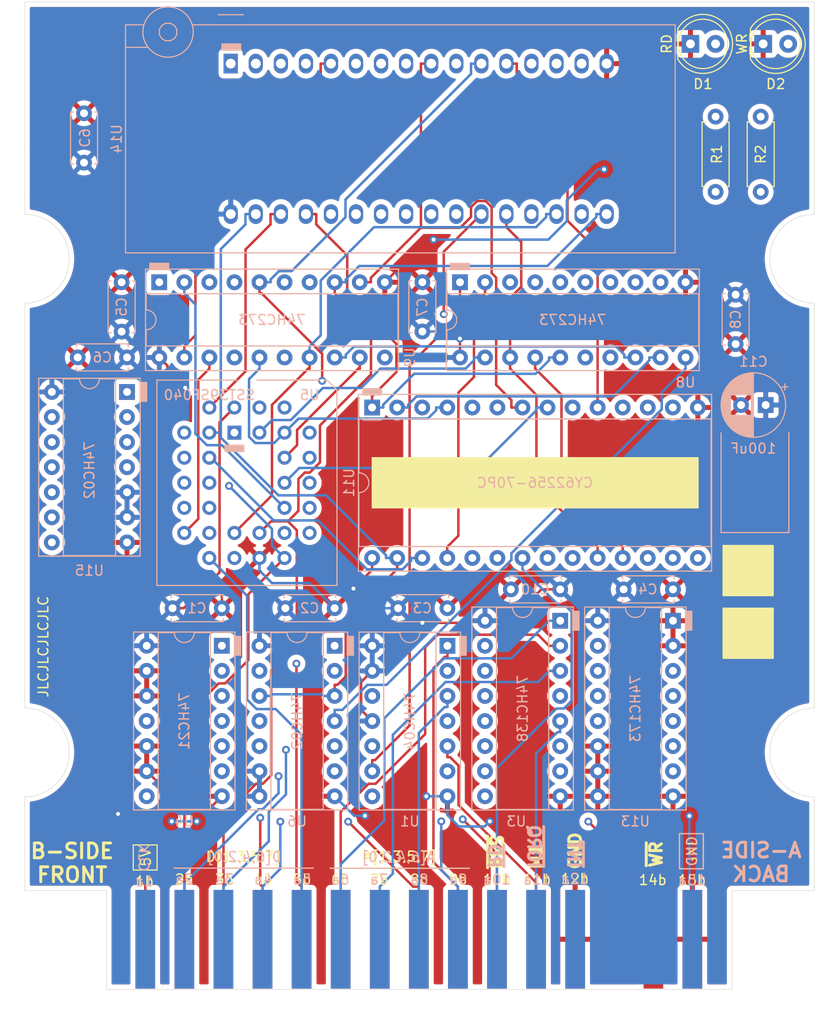
<source format=kicad_pcb>
(kicad_pcb (version 20211014) (generator pcbnew)
  (layers (0 "F.Cu" signal) (1 "In1.Cu" signal) (2 "In2.Cu" signal) (31 "B.Cu" signal) (34 "B.Paste" user) (35 "F.Paste" user) (36 "B.SilkS" user "B.Silkscreen") (37 "F.SilkS" user "F.Silkscreen") (38 "B.Mask" user) (39 "F.Mask" user) (44 "Edge.Cuts" user))
  (net 0 "")
  (net 1 "GND")
  (net 2 "VCC")
  (net 3 "D0")
  (net 4 "D2")
  (net 5 "D4")
  (net 6 "D6")
  (net 7 "A0")
  (net 8 "A2")
  (net 9 "A4")
  (net 10 "A6")
  (net 11 "~{RD}")
  (net 12 "~{IORQ}")
  (net 13 "~{RES}")
  (net 14 "A7")
  (net 15 "A5")
  (net 16 "A1")
  (net 17 "D7")
  (net 18 "D5")
  (net 19 "D3")
  (net 20 "D1")
  (net 21 "Net-(U1-Pad6)")
  (net 22 "~{WR}")
  (net 25 "CA2")
  (net 26 "CA4")
  (net 27 "CA1")
  (net 28 "CA3")
  (net 29 "CA0")
  (net 30 "CA10")
  (net 31 "CA12")
  (net 32 "CA9")
  (net 33 "CA11")
  (net 34 "CA8")
  (net 35 "CA14")
  (net 36 "CA13")
  (net 37 "CA5")
  (net 38 "CA7")
  (net 39 "CA6")
  (net 40 "CA15")
  (net 41 "Net-(U1-Pad4)")
  (net 42 "Net-(U1-Pad2)")
  (net 43 "M1")
  (net 45 "Net-(U1-Pad8)")
  (net 46 "Net-(D1-Pad2)")
  (net 48 "Net-(D2-Pad2)")
  (net 49 "Net-(R1-Pad1)")
  (net 50 "Net-(R2-Pad1)")
  (net 52 "SO5")
  (net 53 "SO4")
  (net 54 "SO2")
  (net 55 "CA17")
  (net 56 "CA16")
  (net 57 "CA18")
  (net 58 "Net-(U3-Pad6)")
  (net 61 "Net-(U3-Pad12)")
  (net 62 "Net-(U3-Pad14)")
  (net 63 "Net-(U3-Pad15)")
  (net 65 "Net-(U6-Pad1)")
  (net 66 "Net-(U6-Pad4)")
  (net 68 "Net-(U6-Pad13)")
  (footprint "LED_THT:LED_D5.0mm" (layer "F.Cu") (at 118.359 57.15)
    (fp_text reference "D2")
    (fp_text value "WR")
  )
  (footprint "Resistor_THT:R_Axial_DIN0207_L6.3mm_D2.5mm_P7.62mm_Horizontal" (layer "F.Cu") (at 113.538 72.136 90)
    (fp_text reference "R1")
    (fp_text value "R")
  )
  (footprint "LED_THT:LED_D5.0mm" (layer "F.Cu") (at 110.993 57.15)
    (fp_text reference "D1")
    (fp_text value "RD")
  )
  (footprint "Resistor_THT:R_Axial_DIN0207_L6.3mm_D2.5mm_P7.62mm_Horizontal" (layer "F.Cu") (at 118.11 72.136 90)
    (fp_text reference "R2")
    (fp_text value "R")
  )
  (footprint "Package_DIP:DIP-16_W7.62mm_Socket" (layer "B.Cu") (at 97.79 115.57 180)
    (fp_text reference "U3")
    (fp_text value "74HC138")
  )
  (footprint "Package_DIP:DIP-14_W7.62mm_Socket" (layer "B.Cu") (at 86.36 118.11 180)
    (fp_text reference "U1")
    (fp_text value "74HC04")
  )
  (footprint "Package_DIP:DIP-14_W7.62mm_Socket" (layer "B.Cu") (at 74.93 118.105 180)
    (fp_text reference "U6")
    (fp_text value "74HC02")
  )
  (footprint "Package_DIP:DIP-14_W7.62mm_Socket" (layer "B.Cu") (at 63.5 118.105 180)
    (fp_text reference "U4")
    (fp_text value "74HC21")
  )
  (footprint "Package_DIP:DIP-20_W7.62mm_Socket" (layer "B.Cu") (at 87.635 81.29 -90)
    (fp_text reference "U8")
    (fp_text value "74HC273")
  )
  (footprint "p2000t_cartridge:p2000t_cartridge_edge" (layer "B.Cu") (at 83.462 147.828)
    (fp_text reference "J1")
    (fp_text value "P2000T Port 2")
  )
  (footprint "Package_DIP:DIP-20_W7.62mm_Socket" (layer "B.Cu") (at 57.155 81.29 -90)
    (fp_text reference "U9")
    (fp_text value "74HC273")
  )
  (footprint "Capacitor_THT:C_Disc_D5.0mm_W2.5mm_P5.00mm" (layer "B.Cu") (at 58.5 114.3)
    (fp_text reference "C1")
    (fp_text value "0.1uF")
  )
  (footprint "Capacitor_THT:C_Disc_D5.0mm_W2.5mm_P5.00mm" (layer "B.Cu") (at 69.93 114.3)
    (fp_text reference "C2")
    (fp_text value "0.1uF")
  )
  (footprint "Capacitor_THT:C_Disc_D5.0mm_W2.5mm_P5.00mm" (layer "B.Cu") (at 81.36 114.3)
    (fp_text reference "C3")
    (fp_text value "0.1uF")
  )
  (footprint "Capacitor_THT:C_Disc_D5.0mm_W2.5mm_P5.00mm" (layer "B.Cu") (at 104.22 112.395)
    (fp_text reference "C4")
    (fp_text value "0.1uF")
  )
  (footprint "Capacitor_THT:C_Disc_D5.0mm_W2.5mm_P5.00mm" (layer "B.Cu") (at 53.34 86.29 90)
    (fp_text reference "C5")
    (fp_text value "0.1uF")
  )
  (footprint "Capacitor_THT:C_Disc_D5.0mm_W2.5mm_P5.00mm" (layer "B.Cu") (at 53.8888 88.9 180)
    (fp_text reference "C6")
    (fp_text value "0.1uF")
  )
  (footprint "Capacitor_THT:C_Disc_D5.0mm_W2.5mm_P5.00mm" (layer "B.Cu") (at 115.57 82.55 -90)
    (fp_text reference "C8")
    (fp_text value "0.1uF")
  )
  (footprint "Capacitor_THT:C_Disc_D5.0mm_W2.5mm_P5.00mm" (layer "B.Cu") (at 49.53 69.175 90)
    (fp_text reference "C9")
    (fp_text value "0.1uF")
  )
  (footprint "Package_LCC:PLCC-32_THT-Socket" (layer "B.Cu") (at 64.77 96.52 180)
    (fp_text reference "U5")
    (fp_text value "SST39SF040")
  )
  (footprint "Package_DIP:DIP-16_W7.62mm_Socket" (layer "B.Cu") (at 109.22 115.57 180)
    (fp_text reference "U13")
    (fp_text value "74HC173")
  )
  (footprint "Capacitor_THT:C_Disc_D5.0mm_W2.5mm_P5.00mm" (layer "B.Cu") (at 83.82 86.28 90)
    (fp_text reference "C7")
    (fp_text value "0.1uF")
  )
  (footprint "Capacitor_THT:C_Disc_D5.0mm_W2.5mm_P5.00mm" (layer "B.Cu") (at 97.79 112.395 180)
    (fp_text reference "C10")
    (fp_text value "0.1uF")
  )
  (footprint "Capacitor_THT:CP_Radial_D6.3mm_P2.50mm" (layer "B.Cu") (at 118.618 93.726 180)
    (fp_text reference "C11")
    (fp_text value "100uF")
  )
  (footprint "Package_DIP:DIP-14_W7.62mm_Socket" (layer "B.Cu") (at 53.8888 92.4002 180)
    (fp_text reference "U15")
    (fp_text value "74HC02")
  )
  (footprint "Socket:DIP_Socket-32_W11.9_W12.7_W15.24_W17.78_W18.5_3M_232-1285-00-0602J" (layer "B.Cu") (at 64.398 59.1475 -90)
    (fp_text reference "U14")
    (fp_text value "ZIF")
  )
  (footprint "Package_DIP:DIP-28_W15.24mm_Socket" (layer "B.Cu") (at 78.725 93.975 -90)
    (fp_text reference "U11")
    (fp_text value "CY62256-70PC")
  )
  (gr_line (start 112.2911 140.6966) (end 109.8781 140.6966) (layer "B.SilkS") (width 0.12))
  (gr_line (start 109.8781 140.6966) (end 109.8781 137.1406) (layer "B.SilkS") (width 0.12))
  (gr_line (start 109.8781 137.1406) (end 112.2911 137.1406) (layer "B.SilkS") (width 0.12))
  (gr_line (start 112.2911 137.1406) (end 112.2911 140.6966) (layer "B.SilkS") (width 0.12))
  (gr_line (start 72.7687 140.6271) (end 58.6717 140.6271) (layer "B.SilkS") (width 0.12))
  (gr_line (start 88.5825 140.6398) (end 74.4832 140.6398) (layer "B.SilkS") (width 0.12))
  (gr_rect (start 76.2 117.1575) (end 76.835 119.0625) (layer "B.SilkS") (width 0.12) (fill solid))
  (gr_rect (start 64.77 117.1575) (end 65.405 119.0625) (layer "B.SilkS") (width 0.12) (fill solid))
  (gr_rect (start 99.06 114.6175) (end 99.695 116.5225) (layer "B.SilkS") (width 0.12) (fill solid))
  (gr_line (start 120.9675 106.6419) (end 120.9675 96.4946) (layer "B.SilkS") (width 0.12))
  (gr_rect (start 77.7875 92.71) (end 79.6925 92.075) (layer "B.SilkS") (width 0.12) (fill solid))
  (gr_rect (start 55.88 93.345) (end 55.245 91.44) (layer "B.SilkS") (width 0.12) (fill solid))
  (gr_rect (start 110.49 114.6175) (end 111.125 116.5225) (layer "B.SilkS") (width 0.12) (fill solid))
  (gr_line (start 114.0968 96.5454) (end 114.0968 106.6419) (layer "B.SilkS") (width 0.12))
  (gr_rect (start 87.63 117.1575) (end 88.265 119.0625) (layer "B.SilkS") (width 0.12) (fill solid))
  (gr_rect (start 63.5 57.785) (end 65.405 57.15) (layer "B.SilkS") (width 0.12) (fill solid))
  (gr_line (start 114.0968 106.6419) (end 120.9675 106.6419) (layer "B.SilkS") (width 0.12))
  (gr_rect (start 63.8175 98.425) (end 65.7225 97.79) (layer "B.SilkS") (width 0.12) (fill solid))
  (gr_rect (start 86.6775 80.01) (end 88.5825 79.375) (layer "B.SilkS") (width 0.12) (fill solid))
  (gr_rect (start 56.1975 80.01) (end 58.1025 79.375) (layer "B.SilkS") (width 0.12) (fill solid))
  (gr_line (start 112.2911 137.1346) (end 109.8781 137.1346) (layer "F.SilkS") (width 0.12))
  (gr_line (start 112.2911 140.6906) (end 112.2911 137.1346) (layer "F.SilkS") (width 0.12))
  (gr_line (start 109.8781 140.6906) (end 112.2911 140.6906) (layer "F.SilkS") (width 0.12))
  (gr_line (start 54.5188 138.2776) (end 54.5188 140.8176) (layer "F.SilkS") (width 0.12))
  (gr_line (start 109.8781 137.1346) (end 109.8781 140.6906) (layer "F.SilkS") (width 0.12))
  (gr_line (start 74.4832 140.6398) (end 88.5825 140.6398) (layer "F.SilkS") (width 0.12))
  (gr_line (start 54.5188 140.8176) (end 56.9318 140.8176) (layer "F.SilkS") (width 0.12))
  (gr_line (start 56.9318 138.2776) (end 54.5188 138.2776) (layer "F.SilkS") (width 0.12))
  (gr_line (start 56.9318 140.8176) (end 56.9318 138.2776) (layer "F.SilkS") (width 0.12))
  (gr_line (start 58.6717 140.6271) (end 72.7687 140.6271) (layer "F.SilkS") (width 0.12))
  (gr_rect (start 78.74 99.06) (end 111.76 104.14) (layer "F.SilkS") (width 0.12) (fill solid))
  (gr_rect (start 114.3 107.95) (end 119.38 113.03) (layer "F.SilkS") (width 0.12) (fill solid))
  (gr_rect (start 114.3 114.3) (end 119.38 119.38) (layer "F.SilkS") (width 0.12) (fill solid))
  (gr_line (start 115.189 142.908) (end 115.528 142.908) (layer "Edge.Cuts") (width 0.05))
  (gr_line (start 43.528 117.908) (end 43.528 122.408) (layer "Edge.Cuts") (width 0.05))
  (gr_arc (start 123.528 133.408) (mid 119.028 128.908) (end 123.528 124.408) (layer "Edge.Cuts") (width 0.05))
  (gr_line (start 43.528 52.908) (end 43.528 67.908) (layer "Edge.Cuts") (width 0.05))
  (gr_line (start 83.528 52.908) (end 123.528 52.908) (layer "Edge.Cuts") (width 0.05))
  (gr_line (start 43.528 142.908) (end 43.528 135.908) (layer "Edge.Cuts") (width 0.05))
  (gr_arc (start 123.528 83.408) (mid 119.028 78.908) (end 123.528 74.408) (layer "Edge.Cuts") (width 0.05))
  (gr_line (start 123.528001 92.208001) (end 123.528001 103.608) (layer "Edge.Cuts") (width 0.05))
  (gr_line (start 43.528 117.908) (end 43.528 83.408) (layer "Edge.Cuts") (width 0.05))
  (gr_line (start 123.528001 92.208001) (end 123.528 86.608) (layer "Edge.Cuts") (width 0.05))
  (gr_line (start 123.528 83.508) (end 123.528 86.608) (layer "Edge.Cuts") (width 0.05))
  (gr_line (start 43.528 135.908) (end 43.528 133.408) (layer "Edge.Cuts") (width 0.05))
  (gr_line (start 123.528 142.908) (end 123.528 135.908) (layer "Edge.Cuts") (width 0.05))
  (gr_line (start 123.528 72.208) (end 123.528 66.608) (layer "Edge.Cuts") (width 0.05))
  (gr_line (start 123.528 118.808) (end 123.528 109.22) (layer "Edge.Cuts") (width 0.05))
  (gr_line (start 43.528 72.408) (end 43.528 67.908) (layer "Edge.Cuts") (width 0.05))
  (gr_line (start 51.816 142.908) (end 51.528 142.908) (layer "Edge.Cuts") (width 0.05))
  (gr_line (start 115.189 152.908) (end 51.816 152.908) (layer "Edge.Cuts") (width 0.05))
  (gr_line (start 123.528 124.408) (end 123.528 118.808) (layer "Edge.Cuts") (width 0.05))
  (gr_line (start 123.528 83.508) (end 123.528 83.408) (layer "Edge.Cuts") (width 0.05))
  (gr_line (start 43.528 74.408) (end 43.528 72.408) (layer "Edge.Cuts") (width 0.05))
  (gr_line (start 51.816 152.908) (end 51.816 142.908) (layer "Edge.Cuts") (width 0.05))
  (gr_line (start 43.528 124.408) (end 43.528 122.908) (layer "Edge.Cuts") (width 0.05))
  (gr_line (start 115.528 142.908) (end 123.528 142.908) (layer "Edge.Cuts") (width 0.05))
  (gr_line (start 123.528 109.22) (end 123.528001 103.608) (layer "Edge.Cuts") (width 0.05))
  (gr_line (start 123.528 74.408) (end 123.528 72.208) (layer "Edge.Cuts") (width 0.05))
  (gr_line (start 123.528 135.908) (end 123.528 133.408) (layer "Edge.Cuts") (width 0.05))
  (gr_line (start 43.528 122.908) (end 43.528 122.408) (layer "Edge.Cuts") (width 0.05))
  (gr_arc (start 43.528 74.408) (mid 48.028 78.908) (end 43.528 83.408) (layer "Edge.Cuts") (width 0.05))
  (gr_line (start 83.528 52.908) (end 43.528 52.908) (layer "Edge.Cuts") (width 0.05))
  (gr_line (start 51.528 142.908) (end 43.528 142.908) (layer "Edge.Cuts") (width 0.05))
  (gr_line (start 115.189 152.908) (end 115.189 142.908) (layer "Edge.Cuts") (width 0.05))
  (gr_line (start 123.528 64.908) (end 123.528 52.908) (layer "Edge.Cuts") (width 0.05))
  (gr_arc (start 43.528 124.408) (mid 48.028 128.908) (end 43.528 133.408) (layer "Edge.Cuts") (width 0.05))
  (gr_line (start 123.528 64.908) (end 123.528 66.608) (layer "Edge.Cuts") (width 0.05))
  (gr_text "7a" (at 79.4362 141.7828) (layer "B.SilkS") (effects (font (size 1 1)) (justify mirror)))
  (gr_text "9a" (at 87.4372 141.7828) (layer "B.SilkS") (effects (font (size 1 1)) (justify mirror)))
  (gr_text "15a" (at 111.1481 141.8336) (layer "B.SilkS") (effects (font (size 1 1)) (justify mirror)))
  (gr_text "10a" (at 91.3742 141.7828) (layer "B.SilkS") (effects (font (size 1 1)) (justify mirror)))
  (gr_text "2a" (at 59.6877 141.7701) (layer "B.SilkS") (effects (font (size 1 1)) (justify mirror)))
  (gr_text "A[6,4,2,0]" (at 81.3943 139.5095) (layer "B.SilkS") (effects (font (size 1 1)) (justify mirror)))
  (gr_text "4a" (at 67.6887 141.7701) (layer "B.SilkS") (effects (font (size 1 1)) (justify mirror)))
  (gr_text "6a" (at 75.4992 141.7828) (layer "B.SilkS") (effects (font (size 1 1)) (justify mirror)))
  (gr_text "3a" (at 63.7517 141.7701) (layer "B.SilkS") (effects (font (size 1 1)) (justify mirror)))
  (gr_text "D[6,4,2,0]" (at 65.7837 139.4841) (layer "B.SilkS") (effects (font (size 1 1)) (justify mirror)))
  (gr_text "8a" (at 83.5002 141.7828) (layer "B.SilkS") (effects (font (size 1 1)) (justify mirror)))
  (gr_text "11a" (at 95.4382 141.7828) (layer "B.SilkS") (effects (font (size 1 1)) (justify mirror)))
  (gr_text "12a" (at 99.2736 141.7066) (layer "B.SilkS") (effects (font (size 1 1)) (justify mirror)))
  (gr_text "5a" (at 71.6257 141.7701) (layer "B.SilkS") (effects (font (size 1 1)) (justify mirror)))
  (gr_text "CLK" (at 55.5518 139.5676 -90) (layer "B.SilkS") (effects (font (size 1 1)) (justify mirror)))
  (gr_text "~{INT}" (at 99.1466 139.214128 -90) (layer "B.SilkS") (effects (font (size 1.2 1.2) (thickness 0.3)) (justify mirror)))
  (gr_text "1a" (at 55.6488 141.9606) (layer "B.SilkS") (effects (font (size 1 1)) (justify mirror)))
  (gr_text "GND" (at 111.1481 138.9186 90) (layer "B.SilkS") (effects (font (size 1 1)) (justify mirror)))
  (gr_text "~{IORQ}" (at 95.12185 138.4427 -90) (layer "B.SilkS") (effects (font (size 1.2 1.2) (thickness 0.3)) (justify mirror)))
  (gr_text "A-SIDE\nBACK" (at 118.1481 140.0302) (layer "B.SilkS") (effects (font (size 1.5 1.5) (thickness 0.3)) (justify mirror)))
  (gr_text "~{RD}" (at 91.0971 139.385557 -90) (layer "B.SilkS") (effects (font (size 1.2 1.2) (thickness 0.3)) (justify mirror)))
  (gr_text "15b" (at 111.1481 141.8336) (layer "F.SilkS") (effects (font (size 1 1))))
  (gr_text "8b" (at 83.5002 141.7828) (layer "F.SilkS") (effects (font (size 1 1))))
  (gr_text "6b" (at 75.4992 141.7828) (layer "F.SilkS") (effects (font (size 1 1))))
  (gr_text "7b" (at 79.4362 141.7828) (layer "F.SilkS") (effects (font (size 1 1))))
  (gr_text "1b" (at 55.6618 141.9606) (layer "F.SilkS") (effects (font (size 1 1))))
  (gr_text "10b" (at 91.3742 141.7828) (layer "F.SilkS") (effects (font (size 1 1))))
  (gr_text "5b" (at 71.6257 141.7701) (layer "F.SilkS") (effects (font (size 1 1))))
  (gr_text "D[1,3,5,7]" (at 65.6567 139.4841) (layer "F.SilkS") (effects (font (size 1 1))))
  (gr_text "5V" (at 55.7888 139.5476 90) (layer "F.SilkS") (effects (font (size 1 1))))
  (gr_text "A[1,3,5,7]" (at 81.5571 139.446) (layer "F.SilkS") (effects (font (size 1 1))))
  (gr_text "GND" (at 111.1481 138.9126 90) (layer "F.SilkS") (effects (font (size 1 1))))
  (gr_text "2b" (at 59.6877 141.7701) (layer "F.SilkS") (effects (font (size 1 1))))
  (gr_text "4b" (at 67.6887 141.7701) (layer "F.SilkS") (effects (font (size 1 1))))
  (gr_text "11b" (at 95.4382 141.7828) (layer "F.SilkS") (effects (font (size 1 1))))
  (gr_text "9b" (at 87.4372 141.7828) (layer "F.SilkS") (effects (font (size 1 1))))
  (gr_text "12b" (at 99.2736 141.7066) (layer "F.SilkS") (effects (font (size 1 1))))
  (gr_text "3b" (at 63.7517 141.7701) (layer "F.SilkS") (effects (font (size 1 1))))
  (gr_text "GND" (at 99.3117 138.8745 90) (layer "F.SilkS") (effects (font (size 1.2 1.2) (thickness 0.3))))
  (gr_text "M1" (at 95.36835 139.445928 90) (layer "F.SilkS") (effects (font (size 1.2 1.2) (thickness 0.3))))
  (gr_text "14b" (at 107.173 141.8336) (layer "F.SilkS") (effects (font (size 1 1))))
  (gr_text "~{WR}" (at 107.5055 139.2174 90) (layer "F.SilkS") (effects (font (size 1.2 1.2) (thickness 0.3))))
  (gr_text "JLCJLCJLCJLC" (at 45.4025 118.1989 90) (layer "F.SilkS") (effects (font (size 1 1))))
  (gr_text "~{RES}" (at 91.425 138.988786 90) (layer "F.SilkS") (effects (font (size 1.2 1.2) (thickness 0.3))))
  (gr_text "B-SIDE\nFRONT" (at 48.3235 140.1064) (layer "F.SilkS") (effects (font (size 1.5 1.5) (thickness 0.3))))
  (segment (start 60.96 135.89) (end 60.96 135.885) (width 0.25) (layer "F.Cu") (net 1))
  (segment (start 67.31 109.22) (end 63.5 113.03) (width 0.25) (layer "F.Cu") (net 1))
  (segment (start 84.332801 76.972199) (end 84.952801 76.972199) (width 0.25) (layer "F.Cu") (net 1))
  (segment (start 58.42 133.345) (end 58.42 135.89) (width 0.25) (layer "F.Cu") (net 1))
  (segment (start 82.250135 135.320765) (end 78.002666 135.320765) (width 0.25) (layer "F.Cu") (net 1))
  (segment (start 102.235 69.85) (end 102.498 69.587) (width 0.25) (layer "F.Cu") (net 1))
  (segment (start 60.96 135.885) (end 63.5 133.345) (width 0.25) (layer "F.Cu") (net 1))
  (segment (start 55.88 130.805) (end 58.42 133.345) (width 0.25) (layer "F.Cu") (net 1))
  (segment (start 63.5 113.03) (end 63.5 114.3) (width 0.25) (layer "F.Cu") (net 1))
  (segment (start 84.2209 133.35) (end 82.250135 135.320765) (width 0.25) (layer "F.Cu") (net 1))
  (segment (start 97.79 133.35) (end 93.1975 133.35) (width 0.25) (layer "F.Cu") (net 1))
  (segment (start 80.015 81.29) (end 84.332801 76.972199) (width 0.25) (layer "F.Cu") (net 1))
  (segment (start 93.1975 133.35) (end 90.6575 135.89) (width 0.25) (layer "F.Cu") (net 1))
  (segment (start 102.498 69.587) (end 102.498 59.1475) (width 0.25) (layer "F.Cu") (net 1))
  (via (at 110.8832 135.3375) (size 0.8) (drill 0.4) (layers "F.Cu" "B.Cu") (net 1))
  (via (at 84.952801 76.972199) (size 0.8) (drill 0.4) (layers "F.Cu" "B.Cu") (net 1))
  (via (at 102.235 69.85) (size 0.8) (drill 0.4) (layers "F.Cu" "B.Cu") (net 1))
  (via (at 58.42 135.89) (size 0.8) (drill 0.4) (layers "F.Cu" "B.Cu") (net 1))
  (via (at 90.6575 135.89) (size 0.8) (drill 0.4) (layers "F.Cu" "B.Cu") (net 1))
  (via (at 78.002666 135.320765) (size 0.8) (drill 0.4) (layers "F.Cu" "B.Cu") (net 1))
  (via (at 60.96 135.89) (size 0.8) (drill 0.4) (layers "F.Cu" "B.Cu") (net 1))
  (via (at 84.2209 133.35) (size 0.8) (drill 0.4) (layers "F.Cu" "B.Cu") (net 1))
  (segment (start 110.8832 135.3375) (end 110.8832 142.2039) (width 0.25) (layer "B.Cu") (net 1))
  (segment (start 98.463 72.987) (end 101.6 69.85) (width 0.25) (layer "B.Cu") (net 1))
  (segment (start 74.93 114.3) (end 72.39 111.76) (width 0.25) (layer "B.Cu") (net 1))
  (segment (start 101.6 69.85) (end 102.235 69.85) (width 0.25) (layer "B.Cu") (net 1))
  (segment (start 84.952801 76.972199) (end 96.591154 76.972199) (width 0.25) (layer "B.Cu") (net 1))
  (segment (start 86.36 135.255) (end 86.36 133.35) (width 0.25) (layer "B.Cu") (net 1))
  (segment (start 72.39 111.76) (end 68.58 111.76) (width 0.25) (layer "B.Cu") (net 1))
  (segment (start 68.58 111.76) (end 67.31 110.49) (width 0.25) (layer "B.Cu") (net 1))
  (segment (start 58.42 135.89) (end 60.96 135.89) (width 0.25) (layer "B.Cu") (net 1))
  (segment (start 90.6575 135.89) (end 90.1399 136.4076) (width 0.25) (layer "B.Cu") (net 1))
  (segment (start 111.182 147.828) (end 111.182 142.5027) (width 0.25) (layer "B.Cu") (net 1))
  (segment (start 78.002666 135.320765) (end 76.905765 135.320765) (width 0.25) (layer "B.Cu") (net 1))
  (segment (start 110.8832 142.2039) (end 111.182 142.5027) (width 0.25) (layer "B.Cu") (net 1))
  (segment (start 87.5126 136.4076) (end 86.36 135.255) (width 0.25) (layer "B.Cu") (net 1))
  (segment (start 98.463 75.100353) (end 98.463 72.987) (width 0.25) (layer "B.Cu") (net 1))
  (segment (start 86.36 133.35) (end 84.2209 133.35) (width 0.25) (layer "B.Cu") (net 1))
  (segment (start 96.591154 76.972199) (end 98.463 75.100353) (width 0.25) (layer "B.Cu") (net 1))
  (segment (start 76.905765 135.320765) (end 74.93 133.345) (width 0.25) (layer "B.Cu") (net 1))
  (segment (start 90.1399 136.4076) (end 87.5126 136.4076) (width 0.25) (layer "B.Cu") (net 1))
  (segment (start 67.31 110.49) (end 67.31 109.22) (width 0.25) (layer "B.Cu") (net 1))
  (segment (start 78.725 110.4237) (end 76.835 112.3137) (width 0.25) (layer "F.Cu") (net 2))
  (segment (start 88.9 115.57) (end 90.17 115.57) (width 0.25) (layer "F.Cu") (net 2))
  (segment (start 95.885 112.395) (end 92.71 115.57) (width 0.25) (layer "F.Cu") (net 2))
  (segment (start 78.74 120.65) (end 77.615 121.775) (width 0.25) (layer "F.Cu") (net 2))
  (segment (start 59.786849 91.978151) (end 57.978698 90.17) (width 0.25) (layer "F.Cu") (net 2))
  (segment (start 87.63 86.995) (end 87.63 88.905) (width 0.25) (layer "F.Cu") (net 2))
  (segment (start 63.2662 110.66517) (end 59.63137 114.3) (width 0.25) (layer "F.Cu") (net 2))
  (segment (start 92.71 115.57) (end 90.17 115.57) (width 0.25) (layer "F.Cu") (net 2))
  (segment (start 55.742 137.8979) (end 55.742 147.828) (width 0.25) (layer "F.Cu") (net 2))
  (segment (start 52.9758 135.1317) (end 55.742 137.8979) (width 0.25) (layer "F.Cu") (net 2))
  (segment (start 64.77 93.98) (end 63.2662 95.4838) (width 0.25) (layer "F.Cu") (net 2))
  (segment (start 88.6847 115.7853) (end 88.9 115.57) (width 0.25) (layer "F.Cu") (net 2))
  (segment (start 83.82 115.7853) (end 88.6847 115.7853) (width 0.25) (layer "F.Cu") (net 2))
  (segment (start 63.2662 95.4838) (end 63.2662 110.66517) (width 0.25) (layer "F.Cu") (net 2))
  (segment (start 59.63137 114.3) (end 58.5 114.3) (width 0.25) (layer "F.Cu") (net 2))
  (segment (start 57.978698 89.733698) (end 57.155 88.91) (width 0.25) (layer "F.Cu") (net 2))
  (segment (start 77.615 124.605) (end 78.74 125.73) (width 0.25) (layer "F.Cu") (net 2))
  (segment (start 77.615 121.775) (end 77.615 124.605) (width 0.25) (layer "F.Cu") (net 2))
  (segment (start 87.63 88.905) (end 87.635 88.91) (width 0.25) (layer "F.Cu") (net 2))
  (segment (start 78.725 109.215) (end 78.725 110.4237) (width 0.25) (layer "F.Cu") (net 2))
  (segment (start 57.978698 90.17) (end 57.978698 89.733698) (width 0.25) (layer "F.Cu") (net 2))
  (segment (start 97.79 112.395) (end 95.885 112.395) (width 0.25) (layer "F.Cu") (net 2))
  (via (at 83.82 115.7853) (size 0.8) (drill 0.4) (layers "F.Cu" "B.Cu") (net 2))
  (via (at 52.9758 135.1317) (size 0.8) (drill 0.4) (layers "F.Cu" "B.Cu") (net 2))
  (via (at 87.63 86.995) (size 0.8) (drill 0.4) (layers "F.Cu" "B.Cu") (net 2))
  (via (at 59.786849 91.978151) (size 0.8) (drill 0.4) (layers "F.Cu" "B.Cu") (net 2))
  (via (at 76.835 112.3137) (size 0.8) (drill 0.4) (layers "F.Cu" "B.Cu") (net 2))
  (segment (start 82.8453 115.7853) (end 83.82 115.7853) (width 0.25) (layer "B.Cu") (net 2))
  (segment (start 76.835 112.3137) (end 78.8213 114.3) (width 0.25) (layer "B.Cu") (net 2))
  (segment (start 83.82 86.28) (end 86.915 86.28) (width 0.25) (layer "B.Cu") (net 2))
  (segment (start 86.915 86.28) (end 87.63 86.995) (width 0.25) (layer "B.Cu") (net 2))
  (segment (start 81.36 114.3) (end 82.8453 115.7853) (width 0.25) (layer "B.Cu") (net 2))
  (segment (start 78.8213 114.3) (end 81.36 114.3) (width 0.25) (layer "B.Cu") (net 2))
  (via (at 69.2457 131.3152) (size 0.8) (drill 0.4) (layers "F.Cu" "B.Cu") (net 3))
  (segment (start 59.702 142.1652) (end 59.702 147.828) (width 0.25) (layer "B.Cu") (net 3))
  (segment (start 67.6186 134.6707) (end 67.1965 134.6707) (width 0.25) (layer "B.Cu") (net 3))
  (segment (start 67.1965 134.6707) (end 59.702 142.1652) (width 0.25) (layer "B.Cu") (net 3))
  (segment (start 69.2457 131.3152) (end 69.2457 133.0436) (width 0.25) (layer "B.Cu") (net 3))
  (segment (start 69.2457 133.0436) (end 67.6186 134.6707) (width 0.25) (layer "B.Cu") (net 3))
  (via (at 69.9956 128.6387) (size 0.8) (drill 0.4) (layers "F.Cu" "B.Cu") (net 4))
  (segment (start 63.662 147.828) (end 63.662 142.5027) (width 0.25) (layer "B.Cu") (net 4))
  (segment (start 68.2562 134.9022) (end 69.9956 133.1628) (width 0.25) (layer "B.Cu") (net 4))
  (segment (start 68.2562 137.9085) (end 68.2562 134.9022) (width 0.25) (layer "B.Cu") (net 4))
  (segment (start 63.662 142.5027) (end 68.2562 137.9085) (width 0.25) (layer "B.Cu") (net 4))
  (segment (start 69.9956 133.1628) (end 69.9956 128.6387) (width 0.25) (layer "B.Cu") (net 4))
  (via (at 69.4234 135.9126) (size 0.8) (drill 0.4) (layers "F.Cu" "B.Cu") (net 5))
  (segment (start 105.415 88.91) (end 104.2897 88.91) (width 0.25) (layer "B.Cu") (net 5))
  (segment (start 76.9042 87.7847) (end 76.0603 88.6286) (width 0.25) (layer "B.Cu") (net 5))
  (segment (start 103.4457 87.7847) (end 76.9042 87.7847) (width 0.25) (layer "B.Cu") (net 5))
  (segment (start 67.622 147.828) (end 67.622 142.5027) (width 0.25) (layer "B.Cu") (net 5))
  (segment (start 67.622 142.5027) (end 69.4234 140.7013) (width 0.25) (layer "B.Cu") (net 5))
  (segment (start 104.2897 88.6287) (end 103.4457 87.7847) (width 0.25) (layer "B.Cu") (net 5))
  (segment (start 104.2897 88.91) (end 104.2897 88.6287) (width 0.25) (layer "B.Cu") (net 5))
  (segment (start 69.4234 140.7013) (end 69.4234 135.9126) (width 0.25) (layer "B.Cu") (net 5))
  (segment (start 74.935 88.91) (end 76.0603 88.91) (width 0.25) (layer "B.Cu") (net 5))
  (segment (start 76.0603 88.6286) (end 76.0603 88.91) (width 0.25) (layer "B.Cu") (net 5))
  (segment (start 95.255 88.91) (end 95.255 90.0353) (width 0.25) (layer "F.Cu") (net 6))
  (segment (start 97.9196 101.8843) (end 97.9196 92.6999) (width 0.25) (layer "F.Cu") (net 6))
  (segment (start 104.125 109.215) (end 104.125 108.0897) (width 0.25) (layer "F.Cu") (net 6))
  (segment (start 97.9196 92.6999) (end 95.255 90.0353) (width 0.25) (layer "F.Cu") (net 6))
  (segment (start 104.125 108.0897) (end 97.9196 101.8843) (width 0.25) (layer "F.Cu") (net 6))
  (segment (start 71.582 147.828) (end 71.582 142.5027) (width 0.25) (layer "B.Cu") (net 6))
  (segment (start 71.582 127.1412) (end 71.582 142.5027) (width 0.25) (layer "B.Cu") (net 6))
  (segment (start 66.0584 113.0484) (end 66.0584 123.5578) (width 0.25) (layer "B.Cu") (net 6))
  (segment (start 67.0203 124.5197) (end 68.9605 124.5197) (width 0.25) (layer "B.Cu") (net 6))
  (segment (start 66.0584 123.5578) (end 67.0203 124.5197) (width 0.25) (layer "B.Cu") (net 6))
  (segment (start 68.9605 124.5197) (end 71.582 127.1412) (width 0.25) (layer "B.Cu") (net 6))
  (segment (start 62.23 109.22) (end 66.0584 113.0484) (width 0.25) (layer "B.Cu") (net 6))
  (segment (start 92.8547 119.38) (end 96.6647 115.57) (width 0.25) (layer "B.Cu") (net 7))
  (segment (start 75.542 147.828) (end 75.542 140.2398) (width 0.25) (layer "B.Cu") (net 7))
  (segment (start 79.9619 135.8199) (end 79.9619 125.4483) (width 0.25) (layer "B.Cu") (net 7))
  (segment (start 86.0302 119.38) (end 92.8547 119.38) (width 0.25) (layer "B.Cu") (net 7))
  (segment (start 79.9619 125.4483) (end 86.0302 119.38) (width 0.25) (layer "B.Cu") (net 7))
  (segment (start 75.542 140.2398) (end 79.9619 135.8199) (width 0.25) (layer "B.Cu") (net 7))
  (segment (start 97.79 115.57) (end 96.6647 115.57) (width 0.25) (layer "B.Cu") (net 7))
  (segment (start 79.502 142.5027) (end 80.8273 141.1774) (width 0.25) (layer "B.Cu") (net 8))
  (segment (start 80.8273 141.1774) (end 80.8273 127.1229) (width 0.25) (layer "B.Cu") (net 8))
  (segment (start 79.502 147.828) (end 79.502 142.5027) (width 0.25) (layer "B.Cu") (net 8))
  (segment (start 97.79 120.65) (end 96.6647 120.65) (width 0.25) (layer "B.Cu") (net 8))
  (segment (start 80.8273 127.1229) (end 86.1749 121.7753) (width 0.25) (layer "B.Cu") (net 8))
  (segment (start 86.1749 121.7753) (end 95.5394 121.7753) (width 0.25) (layer "B.Cu") (net 8))
  (segment (start 95.5394 121.7753) (end 96.6647 120.65) (width 0.25) (layer "B.Cu") (net 8))
  (segment (start 83.462 147.828) (end 83.462 126.932) (width 0.25) (layer "B.Cu") (net 9))
  (segment (start 83.462 126.932) (end 86.0787 124.3153) (width 0.25) (layer "B.Cu") (net 9))
  (segment (start 86.0787 124.3153) (end 86.36 124.3153) (width 0.25) (layer "B.Cu") (net 9))
  (segment (start 86.36 123.19) (end 86.36 124.3153) (width 0.25) (layer "B.Cu") (net 9))
  (via (at 85.7371 135.8883) (size 0.8) (drill 0.4) (layers "F.Cu" "B.Cu") (net 10))
  (segment (start 87.422 142.5027) (end 85.7371 140.8178) (width 0.25) (layer "B.Cu") (net 10))
  (segment (start 87.422 147.828) (end 87.422 142.5027) (width 0.25) (layer "B.Cu") (net 10))
  (segment (start 85.7371 140.8178) (end 85.7371 135.8883) (width 0.25) (layer "B.Cu") (net 10))
  (segment (start 97.7665 114.1418) (end 93.965 110.3403) (width 0.25) (layer "B.Cu") (net 11))
  (segment (start 91.382 130.4893) (end 97.4113 124.46) (width 0.25) (layer "B.Cu") (net 11))
  (segment (start 97.4113 124.46) (end 98.1633 124.46) (width 0.25) (layer "B.Cu") (net 11))
  (segment (start 93.965 109.215) (end 93.965 110.3403) (width 0.25) (layer "B.Cu") (net 11))
  (segment (start 91.382 147.828) (end 91.382 130.4893) (width 0.25) (layer "B.Cu") (net 11))
  (segment (start 98.4219 114.1418) (end 97.7665 114.1418) (width 0.25) (layer "B.Cu") (net 11))
  (segment (start 98.1633 124.46) (end 98.9481 123.6752) (width 0.25) (layer "B.Cu") (net 11))
  (segment (start 98.9481 114.668) (end 98.4219 114.1418) (width 0.25) (layer "B.Cu") (net 11))
  (segment (start 98.9481 123.6752) (end 98.9481 114.668) (width 0.25) (layer "B.Cu") (net 11))
  (segment (start 97.5087 126.8553) (end 97.79 126.8553) (width 0.25) (layer "B.Cu") (net 12))
  (segment (start 95.342 147.828) (end 95.342 129.022) (width 0.25) (layer "B.Cu") (net 12))
  (segment (start 95.342 129.022) (end 97.5087 126.8553) (width 0.25) (layer "B.Cu") (net 12))
  (segment (start 97.79 125.73) (end 97.79 126.8553) (width 0.25) (layer "B.Cu") (net 12))
  (segment (start 87.635 84.5766) (end 82.5268 89.6848) (width 0.25) (layer "F.Cu") (net 13))
  (segment (start 79.0213 129.6847) (end 78.74 129.6847) (width 0.25) (layer "F.Cu") (net 13))
  (segment (start 82.5268 126.1792) (end 79.0213 129.6847) (width 0.25) (layer "F.Cu") (net 13))
  (segment (start 78.74 130.81) (end 78.74 129.6847) (width 0.25) (layer "F.Cu") (net 13))
  (segment (start 91.382 139.1555) (end 91.382 147.828) (width 0.25) (layer "F.Cu") (net 13))
  (segment (start 87.9091 135.6826) (end 91.382 139.1555) (width 0.25) (layer "F.Cu") (net 13))
  (segment (start 82.5268 89.6848) (end 82.5268 126.1792) (width 0.25) (layer "F.Cu") (net 13))
  (segment (start 87.635 81.29) (end 87.635 84.5766) (width 0.25) (layer "F.Cu") (net 13))
  (via (at 87.9091 135.6826) (size 0.8) (drill 0.4) (layers "F.Cu" "B.Cu") (net 13))
  (segment (start 86.0787 119.2353) (end 86.36 119.2353) (width 0.25) (layer "F.Cu") (net 14))
  (segment (start 84.9454 120.3686) (end 86.0787 119.2353) (width 0.25) (layer "F.Cu") (net 14))
  (segment (start 87.422 147.828) (end 87.422 142.5027) (width 0.25) (layer "F.Cu") (net 14))
  (segment (start 86.36 118.11) (end 86.36 119.2353) (width 0.25) (layer "F.Cu") (net 14))
  (segment (start 87.422 142.5027) (end 84.9454 140.0261) (width 0.25) (layer "F.Cu") (net 14))
  (segment (start 84.9454 140.0261) (end 84.9454 120.3686) (width 0.25) (layer "F.Cu") (net 14))
  (segment (start 83.462 142.5027) (end 82.8852 142.5027) (width 0.25) (layer "F.Cu") (net 15))
  (segment (start 82.8852 142.5027) (end 76.3007 135.9182) (width 0.25) (layer "F.Cu") (net 15))
  (segment (start 83.462 147.828) (end 83.462 142.5027) (width 0.25) (layer "F.Cu") (net 15))
  (via (at 76.3007 135.9182) (size 0.8) (drill 0.4) (layers "F.Cu" "B.Cu") (net 15))
  (segment (start 84.1059 118.2507) (end 85.3719 116.9847) (width 0.25) (layer "F.Cu") (net 16))
  (segment (start 75.542 134.9153) (end 78.3773 132.08) (width 0.25) (layer "F.Cu") (net 16))
  (segment (start 84.1059 127.0516) (end 84.1059 118.2507) (width 0.25) (layer "F.Cu") (net 16))
  (segment (start 95.5394 116.9847) (end 96.6647 118.11) (width 0.25) (layer "F.Cu") (net 16))
  (segment (start 78.3773 132.08) (end 79.0775 132.08) (width 0.25) (layer "F.Cu") (net 16))
  (segment (start 75.542 147.828) (end 75.542 134.9153) (width 0.25) (layer "F.Cu") (net 16))
  (segment (start 79.0775 132.08) (end 84.1059 127.0516) (width 0.25) (layer "F.Cu") (net 16))
  (segment (start 85.3719 116.9847) (end 95.5394 116.9847) (width 0.25) (layer "F.Cu") (net 16))
  (segment (start 97.79 118.11) (end 96.6647 118.11) (width 0.25) (layer "F.Cu") (net 16))
  (segment (start 71.582 147.828) (end 71.582 142.5027) (width 0.25) (layer "F.Cu") (net 17))
  (segment (start 93.8403 77.2151) (end 92.338 75.7128) (width 0.25) (layer "F.Cu") (net 17))
  (segment (start 93.8403 81.7562) (end 93.8403 77.2151) (width 0.25) (layer "F.Cu") (net 17))
  (segment (start 62.235 90.0353) (end 61.1097 91.1606) (width 0.25) (layer "F.Cu") (net 17))
  (segment (start 101.585 108.0897) (end 95.3796 101.8843) (width 0.25) (layer "F.Cu") (net 17))
  (segment (start 92.715 88.91) (end 92.715 90.0353) (width 0.25) (layer "F.Cu") (net 17))
  (segment (start 61.1097 91.1606) (end 61.1097 105.2603) (width 0.25) (layer "F.Cu") (net 17))
  (segment (start 95.3796 101.8843) (end 95.3796 92.6999) (width 0.25) (layer "F.Cu") (net 17))
  (segment (start 71.0591 141.9798) (end 71.582 142.5027) (width 0.25) (layer "F.Cu") (net 17))
  (segment (start 92.7151 82.8814) (end 93.8403 81.7562) (width 0.25) (layer "F.Cu") (net 17))
  (segment (start 92.715 87.7847) (end 92.715 82.8814) (width 0.25) (layer "F.Cu") (net 17))
  (segment (start 95.3796 92.6999) (end 92.715 90.0353) (width 0.25) (layer "F.Cu") (net 17))
  (segment (start 92.715 82.8814) (end 92.7151 82.8814) (width 0.25) (layer "F.Cu") (net 17))
  (segment (start 92.338 74.3875) (end 92.338 75.7128) (width 0.25) (layer "F.Cu") (net 17))
  (segment (start 101.585 109.215) (end 101.585 108.0897) (width 0.25) (layer "F.Cu") (net 17))
  (segment (start 62.235 88.91) (end 62.235 90.0353) (width 0.25) (layer "F.Cu") (net 17))
  (segment (start 92.715 88.91) (end 92.715 87.7847) (width 0.25) (layer "F.Cu") (net 17))
  (segment (start 61.1097 105.2603) (end 59.69 106.68) (width 0.25) (layer "F.Cu") (net 17))
  (segment (start 71.0591 119.9134) (end 71.0591 141.9798) (width 0.25) (layer "F.Cu") (net 17))
  (via (at 71.0591 119.9134) (size 0.8) (drill 0.4) (layers "F.Cu" "B.Cu") (net 17))
  (segment (start 67.3891 135.5243) (end 67.3891 142.2698) (width 0.25) (layer "F.Cu") (net 18))
  (segment (start 68.58 102.87) (end 64.77 106.68) (width 0.25) (layer "F.Cu") (net 18))
  (segment (start 67.3891 142.2698) (end 67.622 142.5027) (width 0.25) (layer "F.Cu") (net 18))
  (segment (start 72.395 90.0353) (end 72.2543 90.0353) (width 0.25) (layer "F.Cu") (net 18))
  (segment (start 72.395 88.91) (end 72.395 90.0353) (width 0.25) (layer "F.Cu") (net 18))
  (segment (start 72.2543 90.0353) (end 68.58 93.7096) (width 0.25) (layer "F.Cu") (net 18))
  (segment (start 68.58 93.7096) (end 68.58 102.87) (width 0.25) (layer "F.Cu") (net 18))
  (segment (start 67.622 147.828) (end 67.622 142.5027) (width 0.25) (layer "F.Cu") (net 18))
  (via (at 67.3891 135.5243) (size 0.8) (drill 0.4) (layers "F.Cu" "B.Cu") (net 18))
  (segment (start 73.5203 86.6594) (end 72.395 87.7847) (width 0.25) (layer "B.Cu") (net 18))
  (segment (start 96.3727 74.6815) (end 95.3413 75.7129) (width 0.25) (layer "B.Cu") (net 18))
  (segment (start 97.418 74.3875) (end 96.3727 74.3875) (width 0.25) (layer "B.Cu") (net 18))
  (segment (start 72.395 88.91) (end 72.395 87.7847) (width 0.25) (layer "B.Cu") (net 18))
  (segment (start 73.5203 81.1083) (end 73.5203 86.6594) (width 0.25) (layer "B.Cu") (net 18))
  (segment (start 95.3413 75.7129) (end 78.9157 75.7129) (width 0.25) (layer "B.Cu") (net 18))
  (segment (start 96.3727 74.3875) (end 96.3727 74.6815) (width 0.25) (layer "B.Cu") (net 18))
  (segment (start 78.9157 75.7129) (end 73.5203 81.1083) (width 0.25) (layer "B.Cu") (net 18))
  (segment (start 68.4957 120.5733) (end 68.4957 131.2344) (width 0.25) (layer "F.Cu") (net 19))
  (segment (start 72.4137 100.5634) (end 71.9061 100.5634) (width 0.25) (layer "F.Cu") (net 19))
  (segment (start 71.9061 100.5634) (end 71.2568 101.2127) (width 0.25) (layer "F.Cu") (net 19))
  (segment (start 67.6551 132.075) (end 66.976 132.075) (width 0.25) (layer "F.Cu") (net 19))
  (segment (start 68.4957 131.2344) (end 67.6551 132.075) (width 0.25) (layer "F.Cu") (net 19))
  (segment (start 78.6129 90.6222) (end 73.4441 95.791) (width 0.25) (layer "F.Cu") (net 19))
  (segment (start 63.662 135.389) (end 63.662 147.828) (width 0.25) (layer "F.Cu") (net 19))
  (segment (start 74.935 82.4153) (end 78.6129 86.0932) (width 0.25) (layer "F.Cu") (net 19))
  (segment (start 78.6129 86.0932) (end 78.6129 90.6222) (width 0.25) (layer "F.Cu") (net 19))
  (segment (start 66.976 132.075) (end 63.662 135.389) (width 0.25) (layer "F.Cu") (net 19))
  (segment (start 71.2568 101.2127) (end 71.2568 104.4445) (width 0.25) (layer "F.Cu") (net 19))
  (segment (start 73.4441 99.533) (end 72.4137 100.5634) (width 0.25) (layer "F.Cu") (net 19))
  (segment (start 73.4441 95.791) (end 73.4441 99.533) (width 0.25) (layer "F.Cu") (net 19))
  (segment (start 71.0939 117.9751) (end 68.4957 120.5733) (width 0.25) (layer "F.Cu") (net 19))
  (segment (start 71.2568 104.4445) (end 70.1959 105.5054) (width 0.25) (layer "F.Cu") (net 19))
  (segment (start 68.4846 105.5054) (end 70.1959 105.5054) (width 0.25) (layer "F.Cu") (net 19))
  (segment (start 67.31 106.68) (end 68.4846 105.5054) (width 0.25) (layer "F.Cu") (net 19))
  (segment (start 70.1959 105.5054) (end 71.0939 106.4034) (width 0.25) (layer "F.Cu") (net 19))
  (segment (start 74.935 81.29) (end 74.935 82.4153) (width 0.25) (layer "F.Cu") (net 19))
  (segment (start 71.0939 106.4034) (end 71.0939 117.9751) (width 0.25) (layer "F.Cu") (net 19))
  (segment (start 77.4245 79.6445) (end 76.0603 81.0087) (width 0.25) (layer "B.Cu") (net 19))
  (segment (start 96.4897 79.6445) (end 77.4245 79.6445) (width 0.25) (layer "B.Cu") (net 19))
  (segment (start 101.4527 74.3875) (end 101.4527 74.6815) (width 0.25) (layer "B.Cu") (net 19))
  (segment (start 101.4527 74.6815) (end 96.4897 79.6445) (width 0.25) (layer "B.Cu") (net 19))
  (segment (start 76.0603 81.0087) (end 76.0603 81.29) (width 0.25) (layer "B.Cu") (net 19))
  (segment (start 102.498 74.3875) (end 101.4527 74.3875) (width 0.25) (layer "B.Cu") (net 19))
  (segment (start 74.935 81.29) (end 76.0603 81.29) (width 0.25) (layer "B.Cu") (net 19))
  (segment (start 66.1846 119.5579) (end 63.8275 121.915) (width 0.25) (layer "F.Cu") (net 20))
  (segment (start 63.1752 121.915) (end 59.702 125.3882) (width 0.25) (layer "F.Cu") (net 20))
  (segment (start 59.702 125.3882) (end 59.702 147.828) (width 0.25) (layer "F.Cu") (net 20))
  (segment (start 63.8275 121.915) (end 63.1752 121.915) (width 0.25) (layer "F.Cu") (net 20))
  (segment (start 66.1846 112.8854) (end 66.1846 119.5579) (width 0.25) (layer "F.Cu") (net 20))
  (segment (start 69.85 109.22) (end 66.1846 112.8854) (width 0.25) (layer "F.Cu") (net 20))
  (via (at 64.2263 101.9172) (size 0.8) (drill 0.4) (layers "F.Cu" "B.Cu") (net 20))
  (segment (start 64.2263 101.9172) (end 68.58 106.2709) (width 0.25) (layer "B.Cu") (net 20))
  (segment (start 68.58 106.2709) (end 68.58 107.95) (width 0.25) (layer "B.Cu") (net 20))
  (segment (start 68.58 107.95) (end 69.85 109.22) (width 0.25) (layer "B.Cu") (net 20))
  (segment (start 76.0553 115.55) (end 76.0553 121.2158) (width 0.25) (layer "F.Cu") (net 22))
  (segment (start 75.2114 122.0597) (end 74.93 122.0597) (width 0.25) (layer "F.Cu") (net 22))
  (segment (start 81.265 110.3403) (end 76.0553 115.55) (width 0.25) (layer "F.Cu") (net 22))
  (segment (start 81.265 109.215) (end 81.265 110.3403) (width 0.25) (layer "F.Cu") (net 22))
  (segment (start 107.2364 147.828) (end 107.2364 142.5027) (width 0.25) (layer "F.Cu") (net 22))
  (segment (start 100.6388 135.9051) (end 107.2364 142.5027) (width 0.25) (layer "F.Cu") (net 22))
  (segment (start 76.0553 121.2158) (end 75.2114 122.0597) (width 0.25) (layer "F.Cu") (net 22))
  (segment (start 74.93 123.185) (end 74.93 122.0597) (width 0.25) (layer "F.Cu") (net 22))
  (via (at 100.6388 135.9051) (size 0.8) (drill 0.4) (layers "F.Cu" "B.Cu") (net 22))
  (segment (start 63.3908 96.52) (end 63.3908 77.9347) (width 0.25) (layer "B.Cu") (net 22))
  (segment (start 67.31 123.185) (end 68.4353 123.185) (width 0.25) (layer "B.Cu") (net 22))
  (segment (start 65.8927 75.4328) (end 65.8927 74.3875) (width 0.25) (layer "B.Cu") (net 22))
  (segment (start 63.3908 77.9347) (end 65.8927 75.4328) (width 0.25) (layer "B.Cu") (net 22))
  (segment (start 80.1397 109.215) (end 80.1397 108.9337) (width 0.25) (layer "B.Cu") (net 22))
  (segment (start 73.6395 123.0198) (end 68.6005 123.0198) (width 0.25) (layer "B.Cu") (net 22))
  (segment (start 80.1397 108.9337) (end 74.076 102.87) (width 0.25) (layer "B.Cu") (net 22))
  (segment (start 74.076 102.87) (end 69.233 102.87) (width 0.25) (layer "B.Cu") (net 22))
  (segment (start 81.265 109.215) (end 80.1397 109.215) (width 0.25) (layer "B.Cu") (net 22))
  (segment (start 63.3908 96.52) (end 62.23 96.52) (width 0.25) (layer "B.Cu") (net 22))
  (segment (start 73.8047 123.185) (end 73.6395 123.0198) (width 0.25) (layer "B.Cu") (net 22))
  (segment (start 68.6005 123.0198) (end 68.4353 123.185) (width 0.25) (layer "B.Cu") (net 22))
  (segment (start 63.3908 97.0278) (end 63.3908 96.52) (width 0.25) (layer "B.Cu") (net 22))
  (segment (start 74.93 123.185) (end 73.8047 123.185) (width 0.25) (layer "B.Cu") (net 22))
  (segment (start 66.938 74.3875) (end 65.8927 74.3875) (width 0.25) (layer "B.Cu") (net 22))
  (segment (start 69.233 102.87) (end 63.3908 97.0278) (width 0.25) (layer "B.Cu") (net 22))
  (segment (start 71.3534 100.0966) (end 69.85 101.6) (width 0.25) (layer "B.Cu") (net 25))
  (segment (start 95.3797 94.2563) (end 89.5394 100.0966) (width 0.25) (layer "B.Cu") (net 25))
  (segment (start 95.3797 93.975) (end 95.3797 94.2563) (width 0.25) (layer "B.Cu") (net 25))
  (segment (start 96.505 93.975) (end 95.3797 93.975) (width 0.25) (layer "B.Cu") (net 25))
  (segment (start 89.5394 100.0966) (end 71.3534 100.0966) (width 0.25) (layer "B.Cu") (net 25))
  (segment (start 77.475 90.0353) (end 77.3343 90.0353) (width 0.25) (layer "F.Cu") (net 26))
  (segment (start 77.475 88.91) (end 77.475 90.0353) (width 0.25) (layer "F.Cu") (net 26))
  (segment (start 71.12 97.79) (end 69.85 99.06) (width 0.25) (layer "F.Cu") (net 26))
  (segment (start 77.3343 90.0353) (end 71.12 96.2496) (width 0.25) (layer "F.Cu") (net 26))
  (segment (start 71.12 96.2496) (end 71.12 97.79) (width 0.25) (layer "F.Cu") (net 26))
  (segment (start 73.665 91.2784) (end 73.665 88.5424) (width 0.25) (layer "F.Cu") (net 27))
  (segment (start 67.315 81.29) (end 67.315 82.4153) (width 0.25) (layer "F.Cu") (net 27))
  (segment (start 73.665 88.5424) (end 67.5379 82.4153) (width 0.25) (layer "F.Cu") (net 27))
  (segment (start 67.5379 82.4153) (end 67.315 82.4153) (width 0.25) (layer "F.Cu") (net 27))
  (via (at 73.665 91.2784) (size 0.8) (drill 0.4) (layers "F.Cu" "B.Cu") (net 27))
  (segment (start 70.563 80.1647) (end 69.2842 80.1647) (width 0.25) (layer "B.Cu") (net 27))
  (segment (start 76.0309 74.6968) (end 70.563 80.1647) (width 0.25) (layer "B.Cu") (net 27))
  (segment (start 69.2842 80.1647) (end 68.4403 81.0086) (width 0.25) (layer "B.Cu") (net 27))
  (segment (start 76.0309 72.9146) (end 76.0309 74.6968) (width 0.25) (layer "B.Cu") (net 27))
  (segment (start 88.7527 60.1928) (end 76.0309 72.9146) (width 0.25) (layer "B.Cu") (net 27))
  (segment (start 89.798 59.1475) (end 88.7527 59.1475) (width 0.25) (layer "B.Cu") (net 27))
  (segment (start 88.7527 59.1475) (end 88.7527 60.1928) (width 0.25) (layer "B.Cu") (net 27))
  (segment (start 68.4403 81.0086) (end 68.4403 81.29) (width 0.25) (layer "B.Cu") (net 27))
  (segment (start 67.315 81.29) (end 68.4403 81.29) (width 0.25) (layer "B.Cu") (net 27))
  (segment (start 91.3003 91.6837) (end 91.3003 80.8238) (width 0.25) (layer "F.Cu") (net 28))
  (segment (start 83.6727 75.768) (end 78.6003 80.8404) (width 0.25) (layer "F.Cu") (net 28))
  (segment (start 90.8433 73.6745) (end 90.231 73.0622) (width 0.25) (layer "F.Cu") (net 28))
  (segment (start 92.8397 93.2231) (end 91.3003 91.6837) (width 0.25) (layer "F.Cu") (net 28))
  (segment (start 90.8433 80.3668) (end 90.8433 73.6745) (width 0.25) (layer "F.Cu") (net 28))
  (segment (start 88.7527 73.6745) (end 88.7527 74.6758) (width 0.25) (layer "F.Cu") (net 28))
  (segment (start 89.365 73.0622) (end 88.7527 73.6745) (width 0.25) (layer "F.Cu") (net 28))
  (segment (start 84.718 59.1475) (end 83.6727 59.1475) (width 0.25) (layer "F.Cu") (net 28))
  (segment (start 93.965 93.975) (end 92.8397 93.975) (width 0.25) (layer "F.Cu") (net 28))
  (segment (start 83.6727 75.768) (end 83.6727 59.1475) (width 0.25) (layer "F.Cu") (net 28))
  (segment (start 92.8397 93.975) (end 92.8397 93.2231) (width 0.25) (layer "F.Cu") (net 28))
  (segment (start 91.3003 80.8238) (end 90.8433 80.3668) (width 0.25) (layer "F.Cu") (net 28))
  (segment (start 88.7527 74.6758) (end 87.6605 75.768) (width 0.25) (layer "F.Cu") (net 28))
  (segment (start 90.231 73.0622) (end 89.365 73.0622) (width 0.25) (layer "F.Cu") (net 28))
  (segment (start 78.6003 80.8404) (end 78.6003 81.29) (width 0.25) (layer "F.Cu") (net 28))
  (segment (start 87.6605 75.768) (end 83.6727 75.768) (width 0.25) (layer "F.Cu") (net 28))
  (segment (start 77.475 81.29) (end 78.6003 81.29) (width 0.25) (layer "F.Cu") (net 28))
  (segment (start 92.338 59.1475) (end 93.3833 59.1475) (width 0.25) (layer "F.Cu") (net 29))
  (segment (start 93.3833 59.1475) (end 93.3833 60.1928) (width 0.25) (layer "F.Cu") (net 29))
  (segment (start 93.3833 60.1928) (end 98.5287 65.3382) (width 0.25) (layer "F.Cu") (net 29))
  (segment (start 98.5287 65.3382) (end 98.5287 75.0572) (width 0.25) (layer "F.Cu") (net 29))
  (segment (start 101.585 78.1135) (end 101.585 93.975) (width 0.25) (layer "F.Cu") (net 29))
  (segment (start 98.5287 75.0572) (end 101.585 78.1135) (width 0.25) (layer "F.Cu") (net 29))
  (segment (start 61.9797 97.79) (end 63.5 97.79) (width 0.25) (layer "B.Cu") (net 29))
  (segment (start 60.8203 96.6306) (end 61.9797 97.79) (width 0.25) (layer "B.Cu") (net 29))
  (segment (start 60.8203 83.5406) (end 60.8203 96.6306) (width 0.25) (layer "B.Cu") (net 29))
  (segment (start 59.695 81.29) (end 59.695 82.4153) (width 0.25) (layer "B.Cu") (net 29))
  (segment (start 63.5 97.79) (end 69.85 104.14) (width 0.25) (layer "B.Cu") (net 29))
  (segment (start 59.695 82.4153) (end 60.8203 83.5406) (width 0.25) (layer "B.Cu") (net 29))
  (segment (start 81.265 93.975) (end 82.3903 93.975) (width 0.25) (layer "B.Cu") (net 31))
  (segment (start 82.3903 93.6936) (end 83.2342 92.8497) (width 0.25) (layer "B.Cu") (net 31))
  (segment (start 82.3903 93.975) (end 82.3903 93.6936) (width 0.25) (layer "B.Cu") (net 31))
  (segment (start 106.8297 89.1913) (end 106.8297 88.91) (width 0.25) (layer "B.Cu") (net 31))
  (segment (start 83.2342 92.8497) (end 103.1713 92.8497) (width 0.25) (layer "B.Cu") (net 31))
  (segment (start 107.955 88.91) (end 106.8297 88.91) (width 0.25) (layer "B.Cu") (net 31))
  (segment (start 103.1713 92.8497) (end 106.8297 89.1913) (width 0.25) (layer "B.Cu") (net 31))
  (segment (start 87.4703 106.9644) (end 87.4703 92.469) (width 0.25) (layer "F.Cu") (net 34))
  (segment (start 89.0497 90.8896) (end 89.0497 83.5406) (width 0.25) (layer "F.Cu") (net 34))
  (segment (start 89.0497 83.5406) (end 90.175 82.4153) (width 0.25) (layer "F.Cu") (net 34))
  (segment (start 90.175 81.29) (end 90.175 82.4153) (width 0.25) (layer "F.Cu") (net 34))
  (segment (start 86.345 109.215) (end 86.345 108.0897) (width 0.25) (layer "F.Cu") (net 34))
  (segment (start 87.4703 92.469) (end 89.0497 90.8896) (width 0.25) (layer "F.Cu") (net 34))
  (segment (start 86.345 108.0897) (end 87.4703 106.9644) (width 0.25) (layer "F.Cu") (net 34))
  (segment (start 81.1872 90.3875) (end 81.1872 87.5375) (width 0.25) (layer "F.Cu") (net 35))
  (segment (start 81.1872 87.5375) (end 76.205 82.5553) (width 0.25) (layer "F.Cu") (net 35))
  (segment (start 78.725 93.975) (end 78.725 92.8497) (width 0.25) (layer "F.Cu") (net 35))
  (segment (start 78.725 92.8497) (end 81.1872 90.3875) (width 0.25) (layer "F.Cu") (net 35))
  (segment (start 76.205 78.5745) (end 73.0633 75.4328) (width 0.25) (layer "F.Cu") (net 35))
  (segment (start 76.205 82.5553) (end 76.205 78.5745) (width 0.25) (layer "F.Cu") (net 35))
  (segment (start 72.018 74.3875) (end 73.0633 74.3875) (width 0.25) (layer "F.Cu") (net 35))
  (segment (start 73.0633 75.4328) (end 73.0633 74.3875) (width 0.25) (layer "F.Cu") (net 35))
  (segment (start 96.6697 89.1913) (end 95.3035 90.5575) (width 0.25) (layer "B.Cu") (net 35))
  (segment (start 78.725 93.975) (end 79.8503 93.975) (width 0.25) (layer "B.Cu") (net 35))
  (segment (start 95.3035 90.5575) (end 82.9865 90.5575) (width 0.25) (layer "B.Cu") (net 35))
  (segment (start 79.8503 93.6937) (end 79.8503 93.975) (width 0.25) (layer "B.Cu") (net 35))
  (segment (start 97.795 88.91) (end 96.6697 88.91) (width 0.25) (layer "B.Cu") (net 35))
  (segment (start 82.9865 90.5575) (end 79.8503 93.6937) (width 0.25) (layer "B.Cu") (net 35))
  (segment (start 96.6697 88.91) (end 96.6697 89.1913) (width 0.25) (layer "B.Cu") (net 35))
  (segment (start 62.3949 99.06) (end 62.23 99.06) (width 0.25) (layer "B.Cu") (net 36))
  (segment (start 81.8147 110.3613) (end 78.2052 110.3613) (width 0.25) (layer "B.Cu") (net 36))
  (segment (start 82.6797 109.215) (end 82.6797 109.4963) (width 0.25) (layer "B.Cu") (net 36))
  (segment (start 68.7449 105.41) (end 62.3949 99.06) (width 0.25) (layer "B.Cu") (net 36))
  (segment (start 83.805 109.215) (end 82.6797 109.215) (width 0.25) (layer "B.Cu") (net 36))
  (segment (start 78.2052 110.3613) (end 73.2539 105.41) (width 0.25) (layer "B.Cu") (net 36))
  (segment (start 73.2539 105.41) (end 68.7449 105.41) (width 0.25) (layer "B.Cu") (net 36))
  (segment (start 82.6797 109.4963) (end 81.8147 110.3613) (width 0.25) (layer "B.Cu") (net 36))
  (segment (start 60.8203 72.8852) (end 73.5127 60.1928) (width 0.25) (layer "F.Cu") (net 38))
  (segment (start 73.5127 60.1928) (end 73.5127 59.1475) (width 0.25) (layer "F.Cu") (net 38))
  (segment (start 74.558 59.1475) (end 73.5127 59.1475) (width 0.25) (layer "F.Cu") (net 38))
  (segment (start 59.695 88.91) (end 59.695 87.7847) (width 0.25) (layer "F.Cu") (net 38))
  (segment (start 60.8203 86.6594) (end 60.8203 72.8852) (width 0.25) (layer "F.Cu") (net 38))
  (segment (start 59.695 87.7847) (end 60.8203 86.6594) (width 0.25) (layer "F.Cu") (net 38))
  (segment (start 68.7928 97.5772) (end 66.8859 97.5772) (width 0.25) (layer "B.Cu") (net 39))
  (segment (start 84.3758 95.1003) (end 71.2697 95.1003) (width 0.25) (layer "B.Cu") (net 39))
  (segment (start 71.2697 95.1003) (end 69.85 96.52) (width 0.25) (layer "B.Cu") (net 39))
  (segment (start 66.8859 97.5772) (end 66.2516 96.9429) (width 0.25) (layer "B.Cu") (net 39))
  (segment (start 69.85 96.52) (end 68.7928 97.5772) (width 0.25) (layer "B.Cu") (net 39))
  (segment (start 67.315 88.91) (end 67.315 90.0353) (width 0.25) (layer "B.Cu") (net 39))
  (segment (start 86.345 93.975) (end 85.2197 93.975) (width 0.25) (layer "B.Cu") (net 39))
  (segment (start 85.2197 94.2564) (end 84.3758 95.1003) (width 0.25) (layer "B.Cu") (net 39))
  (segment (start 66.2516 96.9429) (end 66.2516 91.0987) (width 0.25) (layer "B.Cu") (net 39))
  (segment (start 66.2516 91.0987) (end 67.315 90.0353) (width 0.25) (layer "B.Cu") (net 39))
  (segment (start 85.2197 93.975) (end 85.2197 94.2564) (width 0.25) (layer "B.Cu") (net 39))
  (segment (start 90.175 88.91) (end 89.0497 88.91) (width 0.25) (layer "B.Cu") (net 40))
  (segment (start 88.2058 90.0353) (end 79.5681 90.0353) (width 0.25) (layer "B.Cu") (net 40))
  (segment (start 89.0497 88.91) (end 89.0497 89.1914) (width 0.25) (layer "B.Cu") (net 40))
  (segment (start 79.5681 90.0353) (end 77.5996 92.0038) (width 0.25) (layer "B.Cu") (net 40))
  (segment (start 89.0497 89.1914) (end 88.2058 90.0353) (width 0.25) (layer "B.Cu") (net 40))
  (segment (start 70.4831 95.25) (end 68.58 95.25) (width 0.25) (layer "B.Cu") (net 40))
  (segment (start 68.58 95.25) (end 67.31 96.52) (width 0.25) (layer "B.Cu") (net 40))
  (segment (start 73.7293 92.0038) (end 70.4831 95.25) (width 0.25) (layer "B.Cu") (net 40))
  (segment (start 77.5996 92.0038) (end 73.7293 92.0038) (width 0.25) (layer "B.Cu") (net 40))
  (segment (start 87.4853 130.2392) (end 86.6414 129.3953) (width 0.25) (layer "F.Cu") (net 43))
  (segment (start 86.6414 129.3953) (end 86.36 129.3953) (width 0.25) (layer "F.Cu") (net 43))
  (segment (start 95.342 147.828) (end 95.342 142.5027) (width 0.25) (layer "F.Cu") (net 43))
  (segment (start 87.4853 134.233) (end 87.4853 130.2392) (width 0.25) (layer "F.Cu") (net 43))
  (segment (start 95.342 142.5027) (end 95.342 142.0897) (width 0.25) (layer "F.Cu") (net 43))
  (segment (start 86.36 128.27) (end 86.36 129.3953) (width 0.25) (layer "F.Cu") (net 43))
  (segment (start 95.342 142.0897) (end 87.4853 134.233) (width 0.25) (layer "F.Cu") (net 43))
  (segment (start 89.798 74.3875) (end 85.9877 78.1978) (width 0.25) (layer "F.Cu") (net 52))
  (segment (start 85.9877 78.1978) (end 85.9877 84.5269) (width 0.25) (layer "F.Cu") (net 52))
  (via (at 85.9877 84.5269) (size 0.8) (drill 0.4) (layers "F.Cu" "B.Cu") (net 52))
  (segment (start 65.9004 90.3096) (end 62.23 93.98) (width 0.25) (layer "F.Cu") (net 55))
  (segment (start 68.4327 74.3875) (end 68.4327 75.4328) (width 0.25) (layer "F.Cu") (net 55))
  (segment (start 65.9004 77.9651) (end 65.9004 90.3096) (width 0.25) (layer "F.Cu") (net 55))
  (segment (start 68.4327 75.4328) (end 65.9004 77.9651) (width 0.25) (layer "F.Cu") (net 55))
  (segment (start 69.478 74.3875) (end 68.4327 74.3875) (width 0.25) (layer "F.Cu") (net 55))
  (segment (start 74.93 125.725) (end 74.93 124.5997) (width 0.25) (layer "B.Cu") (net 66))
  (segment (start 110.495 90.0353) (end 108.0796 92.4507) (width 0.25) (layer "B.Cu") (net 66))
  (segment (start 78.246 122.0646) (end 75.7109 124.5997) (width 0.25) (layer "B.Cu") (net 66))
  (segment (start 92.8396 109.4143) (end 80.1893 122.0646) (width 0.25) (layer "B.Cu") (net 66))
  (segment (start 80.1893 122.0646) (end 78.246 122.0646) (width 0.25) (layer "B.Cu") (net 66))
  (segment (start 92.8396 108.7408) (end 92.8396 109.4143) (width 0.25) (layer "B.Cu") (net 66))
  (segment (start 108.0796 92.4507) (end 108.0796 94.156) (width 0.25) (layer "B.Cu") (net 66))
  (segment (start 110.495 88.91) (end 110.495 90.0353) (width 0.25) (layer "B.Cu") (net 66))
  (segment (start 101.6886 100.547) (end 101.0334 100.547) (width 0.25) (layer "B.Cu") (net 66))
  (segment (start 108.0796 94.156) (end 101.6886 100.547) (width 0.25) (layer "B.Cu") (net 66))
  (segment (start 101.0334 100.547) (end 92.8396 108.7408) (width 0.25) (layer "B.Cu") (net 66))
  (segment (start 75.7109 124.5997) (end 74.93 124.5997) (width 0.25) (layer "B.Cu") (net 66))
  (zone (net 1) (net_name "GND") (layer "F.Cu") (connect_pads (clearance 0.508)) (min_thickness 0.254) (fill yes (thermal_gap 0.508) (thermal_bridge_width 0.508))
    (polygon (pts (xy 123.825 153.67) (xy 43.18 153.67) (xy 43.18 52.705) (xy 123.825 52.705)))
  )
  (zone (net 2) (net_name "VCC") (layer "B.Cu") (connect_pads (clearance 0.508)) (min_thickness 0.254) (fill yes (thermal_gap 0.508) (thermal_bridge_width 0.508))
    (polygon (pts (xy 123.825 153.67) (xy 43.18 153.67) (xy 43.18 52.705) (xy 123.825 52.705)))
  )
)
</source>
